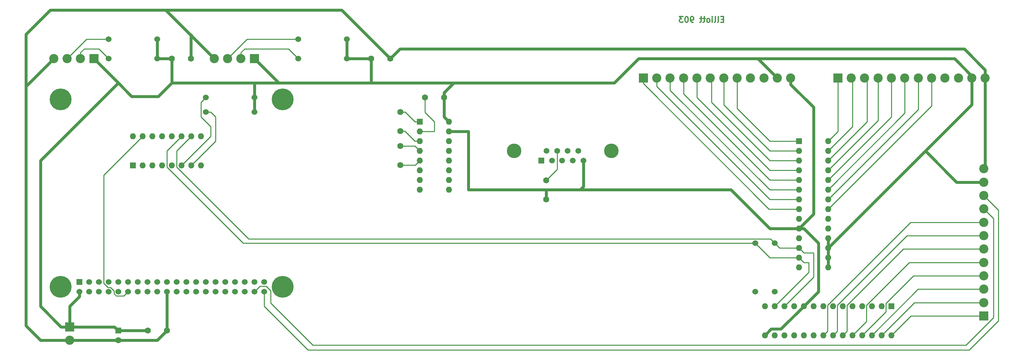
<source format=gbr>
G04 #@! TF.FileFunction,Copper,L2,Bot,Signal*
%FSLAX46Y46*%
G04 Gerber Fmt 4.6, Leading zero omitted, Abs format (unit mm)*
G04 Created by KiCad (PCBNEW 4.0.5) date 06/14/17 15:34:31*
%MOMM*%
%LPD*%
G01*
G04 APERTURE LIST*
%ADD10C,0.100000*%
%ADD11C,0.300000*%
%ADD12C,2.400000*%
%ADD13R,2.400000X2.400000*%
%ADD14R,1.524000X1.524000*%
%ADD15C,1.524000*%
%ADD16C,5.700000*%
%ADD17R,1.600000X1.600000*%
%ADD18O,1.600000X1.600000*%
%ADD19C,3.810000*%
%ADD20R,1.520000X1.520000*%
%ADD21C,1.520000*%
%ADD22C,1.600000*%
%ADD23C,0.250000*%
%ADD24C,0.750000*%
G04 APERTURE END LIST*
D10*
D11*
X226694285Y-29102857D02*
X226194285Y-29102857D01*
X225979999Y-29888571D02*
X226694285Y-29888571D01*
X226694285Y-28388571D01*
X225979999Y-28388571D01*
X225122856Y-29888571D02*
X225265714Y-29817143D01*
X225337142Y-29674286D01*
X225337142Y-28388571D01*
X224337142Y-29888571D02*
X224480000Y-29817143D01*
X224551428Y-29674286D01*
X224551428Y-28388571D01*
X223765714Y-29888571D02*
X223765714Y-28888571D01*
X223765714Y-28388571D02*
X223837143Y-28460000D01*
X223765714Y-28531429D01*
X223694286Y-28460000D01*
X223765714Y-28388571D01*
X223765714Y-28531429D01*
X222837142Y-29888571D02*
X222980000Y-29817143D01*
X223051428Y-29745714D01*
X223122857Y-29602857D01*
X223122857Y-29174286D01*
X223051428Y-29031429D01*
X222980000Y-28960000D01*
X222837142Y-28888571D01*
X222622857Y-28888571D01*
X222480000Y-28960000D01*
X222408571Y-29031429D01*
X222337142Y-29174286D01*
X222337142Y-29602857D01*
X222408571Y-29745714D01*
X222480000Y-29817143D01*
X222622857Y-29888571D01*
X222837142Y-29888571D01*
X221908571Y-28888571D02*
X221337142Y-28888571D01*
X221694285Y-28388571D02*
X221694285Y-29674286D01*
X221622857Y-29817143D01*
X221479999Y-29888571D01*
X221337142Y-29888571D01*
X221051428Y-28888571D02*
X220479999Y-28888571D01*
X220837142Y-28388571D02*
X220837142Y-29674286D01*
X220765714Y-29817143D01*
X220622856Y-29888571D01*
X220479999Y-29888571D01*
X218765714Y-29888571D02*
X218479999Y-29888571D01*
X218337142Y-29817143D01*
X218265714Y-29745714D01*
X218122856Y-29531429D01*
X218051428Y-29245714D01*
X218051428Y-28674286D01*
X218122856Y-28531429D01*
X218194285Y-28460000D01*
X218337142Y-28388571D01*
X218622856Y-28388571D01*
X218765714Y-28460000D01*
X218837142Y-28531429D01*
X218908571Y-28674286D01*
X218908571Y-29031429D01*
X218837142Y-29174286D01*
X218765714Y-29245714D01*
X218622856Y-29317143D01*
X218337142Y-29317143D01*
X218194285Y-29245714D01*
X218122856Y-29174286D01*
X218051428Y-29031429D01*
X217122857Y-28388571D02*
X216980000Y-28388571D01*
X216837143Y-28460000D01*
X216765714Y-28531429D01*
X216694285Y-28674286D01*
X216622857Y-28960000D01*
X216622857Y-29317143D01*
X216694285Y-29602857D01*
X216765714Y-29745714D01*
X216837143Y-29817143D01*
X216980000Y-29888571D01*
X217122857Y-29888571D01*
X217265714Y-29817143D01*
X217337143Y-29745714D01*
X217408571Y-29602857D01*
X217480000Y-29317143D01*
X217480000Y-28960000D01*
X217408571Y-28674286D01*
X217337143Y-28531429D01*
X217265714Y-28460000D01*
X217122857Y-28388571D01*
X216122857Y-28388571D02*
X215194286Y-28388571D01*
X215694286Y-28960000D01*
X215480000Y-28960000D01*
X215337143Y-29031429D01*
X215265714Y-29102857D01*
X215194286Y-29245714D01*
X215194286Y-29602857D01*
X215265714Y-29745714D01*
X215337143Y-29817143D01*
X215480000Y-29888571D01*
X215908572Y-29888571D01*
X216051429Y-29817143D01*
X216122857Y-29745714D01*
D12*
X263540000Y-44450000D03*
X260040000Y-44450000D03*
X267040000Y-44450000D03*
X270540000Y-44450000D03*
X274040000Y-44450000D03*
X277540000Y-44450000D03*
D13*
X256540000Y-44450000D03*
D12*
X281040000Y-44450000D03*
X284540000Y-44450000D03*
X288040000Y-44450000D03*
X291540000Y-44450000D03*
X295040000Y-44450000D03*
D14*
X58420000Y-97790000D03*
D15*
X58420000Y-100330000D03*
X71120000Y-97790000D03*
X60960000Y-100330000D03*
X73660000Y-97790000D03*
X63500000Y-100330000D03*
X76200000Y-97790000D03*
X66040000Y-100330000D03*
X78740000Y-97790000D03*
X68580000Y-100330000D03*
X81280000Y-97790000D03*
X71120000Y-100330000D03*
X83820000Y-97790000D03*
X73660000Y-100330000D03*
X86360000Y-97790000D03*
X76200000Y-100330000D03*
X88900000Y-97790000D03*
X78740000Y-100330000D03*
X91440000Y-97790000D03*
X81280000Y-100330000D03*
X93980000Y-97790000D03*
X83820000Y-100330000D03*
X96520000Y-97790000D03*
X86360000Y-100330000D03*
X88900000Y-100330000D03*
X99060000Y-97790000D03*
X91440000Y-100330000D03*
X96520000Y-100330000D03*
X99060000Y-100330000D03*
X101600000Y-100330000D03*
X104140000Y-100330000D03*
X101600000Y-97790000D03*
X104140000Y-97790000D03*
X60960000Y-97790000D03*
X63500000Y-97790000D03*
X66040000Y-97790000D03*
X68580000Y-97790000D03*
X106680000Y-97790000D03*
X106680000Y-100330000D03*
X93980000Y-100330000D03*
D16*
X53550000Y-99060000D03*
X111550000Y-99060000D03*
X111550000Y-50060000D03*
X53550000Y-50060000D03*
D17*
X72390000Y-67310000D03*
D18*
X90170000Y-59690000D03*
X74930000Y-67310000D03*
X87630000Y-59690000D03*
X77470000Y-67310000D03*
X85090000Y-59690000D03*
X80010000Y-67310000D03*
X82550000Y-59690000D03*
X82550000Y-67310000D03*
X80010000Y-59690000D03*
X85090000Y-67310000D03*
X77470000Y-59690000D03*
X87630000Y-67310000D03*
X74930000Y-59690000D03*
X90170000Y-67310000D03*
X72390000Y-59690000D03*
D19*
X197360000Y-63500000D03*
X171960000Y-63500000D03*
D20*
X179070000Y-66040000D03*
D21*
X181860000Y-66040000D03*
X184530000Y-66040000D03*
X187330000Y-66040000D03*
X190120000Y-66040000D03*
X180470000Y-63500000D03*
X183260000Y-63500000D03*
X185930000Y-63500000D03*
X188720000Y-63500000D03*
D12*
X55230000Y-39370000D03*
X51730000Y-39370000D03*
X58730000Y-39370000D03*
D13*
X62230000Y-39370000D03*
D12*
X97140000Y-39370000D03*
X93640000Y-39370000D03*
X100640000Y-39370000D03*
D13*
X104140000Y-39370000D03*
D12*
X212740000Y-44450000D03*
X209240000Y-44450000D03*
X216240000Y-44450000D03*
X219740000Y-44450000D03*
X223240000Y-44450000D03*
X226740000Y-44450000D03*
D13*
X205740000Y-44450000D03*
D12*
X230240000Y-44450000D03*
X233740000Y-44450000D03*
X237240000Y-44450000D03*
X240740000Y-44450000D03*
X244240000Y-44450000D03*
D15*
X234950000Y-100330000D03*
X234950000Y-87630000D03*
X104140000Y-53340000D03*
X91440000Y-53340000D03*
X104140000Y-49530000D03*
X91440000Y-49530000D03*
X240030000Y-100330000D03*
X240030000Y-87630000D03*
X128270000Y-34290000D03*
X115570000Y-34290000D03*
X128270000Y-39370000D03*
X115570000Y-39370000D03*
X66040000Y-34290000D03*
X78740000Y-34290000D03*
X66040000Y-39370000D03*
X78740000Y-39370000D03*
D17*
X246380000Y-60960000D03*
D18*
X254000000Y-93980000D03*
X246380000Y-63500000D03*
X254000000Y-91440000D03*
X246380000Y-66040000D03*
X254000000Y-88900000D03*
X246380000Y-68580000D03*
X254000000Y-86360000D03*
X246380000Y-71120000D03*
X254000000Y-83820000D03*
X246380000Y-73660000D03*
X254000000Y-81280000D03*
X246380000Y-76200000D03*
X254000000Y-78740000D03*
X246380000Y-78740000D03*
X254000000Y-76200000D03*
X246380000Y-81280000D03*
X254000000Y-73660000D03*
X246380000Y-83820000D03*
X254000000Y-71120000D03*
X246380000Y-86360000D03*
X254000000Y-68580000D03*
X246380000Y-88900000D03*
X254000000Y-66040000D03*
X246380000Y-91440000D03*
X254000000Y-63500000D03*
X246380000Y-93980000D03*
X254000000Y-60960000D03*
D17*
X68580000Y-110490000D03*
D22*
X68580000Y-112990000D03*
D17*
X147320000Y-55880000D03*
D18*
X154940000Y-73660000D03*
X147320000Y-58420000D03*
X154940000Y-71120000D03*
X147320000Y-60960000D03*
X154940000Y-68580000D03*
X147320000Y-63500000D03*
X154940000Y-66040000D03*
X147320000Y-66040000D03*
X154940000Y-63500000D03*
X147320000Y-68580000D03*
X154940000Y-60960000D03*
X147320000Y-71120000D03*
X154940000Y-58420000D03*
X147320000Y-73660000D03*
X154940000Y-55880000D03*
D22*
X142240000Y-53340000D03*
X142240000Y-58340000D03*
X142240000Y-62230000D03*
X142240000Y-67230000D03*
X153670000Y-49530000D03*
X148670000Y-49530000D03*
X180340000Y-76200000D03*
X180340000Y-71200000D03*
X76280000Y-110490000D03*
X81280000Y-110490000D03*
X82550000Y-39370000D03*
X87550000Y-39370000D03*
X134620000Y-39370000D03*
X139620000Y-39370000D03*
D12*
X55880000Y-113030000D03*
D13*
X55880000Y-109530000D03*
D12*
X294640000Y-99680000D03*
X294640000Y-103180000D03*
X294640000Y-96180000D03*
X294640000Y-92680000D03*
X294640000Y-89180000D03*
X294640000Y-85680000D03*
D13*
X294640000Y-106680000D03*
D12*
X294640000Y-82180000D03*
X294640000Y-78680000D03*
X294640000Y-75180000D03*
X294640000Y-71680000D03*
X294640000Y-68180000D03*
D17*
X270510000Y-104140000D03*
D18*
X237490000Y-111760000D03*
X267970000Y-104140000D03*
X240030000Y-111760000D03*
X265430000Y-104140000D03*
X242570000Y-111760000D03*
X262890000Y-104140000D03*
X245110000Y-111760000D03*
X260350000Y-104140000D03*
X247650000Y-111760000D03*
X257810000Y-104140000D03*
X250190000Y-111760000D03*
X255270000Y-104140000D03*
X252730000Y-111760000D03*
X252730000Y-104140000D03*
X255270000Y-111760000D03*
X250190000Y-104140000D03*
X257810000Y-111760000D03*
X247650000Y-104140000D03*
X260350000Y-111760000D03*
X245110000Y-104140000D03*
X262890000Y-111760000D03*
X242570000Y-104140000D03*
X265430000Y-111760000D03*
X240030000Y-104140000D03*
X267970000Y-111760000D03*
X237490000Y-104140000D03*
X270510000Y-111760000D03*
D23*
X142240000Y-53340000D02*
X143510000Y-53340000D01*
X146050000Y-55880000D02*
X147320000Y-55880000D01*
X143510000Y-53340000D02*
X146050000Y-55880000D01*
X142240000Y-58340000D02*
X143430000Y-58340000D01*
X146050000Y-60960000D02*
X147320000Y-60960000D01*
X143430000Y-58340000D02*
X146050000Y-60960000D01*
X142240000Y-62230000D02*
X146050000Y-62230000D01*
X146050000Y-62230000D02*
X147320000Y-63500000D01*
X142240000Y-67230000D02*
X146130000Y-67230000D01*
X146130000Y-67230000D02*
X147320000Y-66040000D01*
D24*
X291540000Y-51360000D02*
X279400000Y-63500000D01*
X279400000Y-63500000D02*
X254000000Y-88900000D01*
X294640000Y-71680000D02*
X287580000Y-71680000D01*
X287580000Y-71680000D02*
X279400000Y-63500000D01*
X79009990Y-49260010D02*
X72120010Y-49260010D01*
X82550000Y-45720000D02*
X79009990Y-49260010D01*
X72120010Y-49260010D02*
X68580000Y-45720000D01*
X55880000Y-109530000D02*
X53650000Y-109530000D01*
X48260000Y-66040000D02*
X68580000Y-45720000D01*
X48260000Y-104140000D02*
X48260000Y-66040000D01*
X53650000Y-109530000D02*
X48260000Y-104140000D01*
X104140000Y-53340000D02*
X104140000Y-49530000D01*
X104140000Y-45720000D02*
X104140000Y-49530000D01*
X68580000Y-45720000D02*
X62230000Y-39370000D01*
X78740000Y-39370000D02*
X78740000Y-34290000D01*
X82550000Y-39370000D02*
X78740000Y-39370000D01*
X110490000Y-45720000D02*
X104140000Y-45720000D01*
X104140000Y-45720000D02*
X82550000Y-45720000D01*
X82550000Y-45720000D02*
X82550000Y-39370000D01*
X134620000Y-45720000D02*
X110490000Y-45720000D01*
X110490000Y-45720000D02*
X104140000Y-39370000D01*
X128270000Y-39370000D02*
X128270000Y-34290000D01*
X134620000Y-39370000D02*
X128270000Y-39370000D01*
X134620000Y-39370000D02*
X134620000Y-45720000D01*
X291540000Y-44450000D02*
X291540000Y-51360000D01*
X287020000Y-39370000D02*
X291820000Y-44170000D01*
X153670000Y-49530000D02*
X153670000Y-54610000D01*
X153670000Y-54610000D02*
X154940000Y-55880000D01*
X134620000Y-45720000D02*
X156210000Y-45720000D01*
X58420000Y-101600000D02*
X58420000Y-100330000D01*
X68580000Y-110490000D02*
X76280000Y-110490000D01*
X55880000Y-109530000D02*
X67620000Y-109530000D01*
X67620000Y-109530000D02*
X68580000Y-110490000D01*
X55880000Y-104140000D02*
X55880000Y-109530000D01*
X58420000Y-101600000D02*
X55880000Y-104140000D01*
X254000000Y-86360000D02*
X254000000Y-88900000D01*
X254000000Y-91440000D02*
X254000000Y-88900000D01*
X254000000Y-93980000D02*
X254000000Y-91440000D01*
X153670000Y-48260000D02*
X153670000Y-49530000D01*
X234950000Y-39370000D02*
X287020000Y-39370000D01*
D23*
X287020000Y-39370000D02*
X291540000Y-43890000D01*
X291540000Y-43890000D02*
X291540000Y-44450000D01*
D24*
X156210000Y-45720000D02*
X198120000Y-45720000D01*
X235660000Y-39370000D02*
X240740000Y-44450000D01*
X204470000Y-39370000D02*
X234950000Y-39370000D01*
D23*
X234950000Y-39370000D02*
X235660000Y-39370000D01*
D24*
X198120000Y-45720000D02*
X204470000Y-39370000D01*
X153670000Y-48260000D02*
X156210000Y-45720000D01*
D23*
X148670000Y-49530000D02*
X148670000Y-53420000D01*
X148670000Y-53420000D02*
X151130000Y-55880000D01*
X151130000Y-55880000D02*
X151130000Y-58420000D01*
X151130000Y-58420000D02*
X147320000Y-58420000D01*
D24*
X139620000Y-39370000D02*
X142160000Y-36830000D01*
X142160000Y-36830000D02*
X289560000Y-36830000D01*
X289560000Y-36830000D02*
X295040000Y-42310000D01*
X295040000Y-42310000D02*
X295040000Y-44450000D01*
X244240000Y-44450000D02*
X244240000Y-46147056D01*
X244240000Y-46147056D02*
X250190000Y-52097056D01*
X250190000Y-52097056D02*
X250190000Y-80010000D01*
X250190000Y-80010000D02*
X246380000Y-83820000D01*
X247650000Y-104140000D02*
X251460000Y-100330000D01*
X247650000Y-83820000D02*
X246380000Y-83820000D01*
X251460000Y-100330000D02*
X251460000Y-87630000D01*
X251460000Y-87630000D02*
X247650000Y-83820000D01*
X237490000Y-111760000D02*
X239165001Y-110084999D01*
X239165001Y-110084999D02*
X241705001Y-110084999D01*
X241705001Y-110084999D02*
X247650000Y-104140000D01*
X295040000Y-44450000D02*
X295040000Y-67780000D01*
X295040000Y-67780000D02*
X294640000Y-68180000D01*
X55880000Y-113030000D02*
X68540000Y-113030000D01*
X68540000Y-113030000D02*
X68580000Y-112990000D01*
X87550000Y-39370000D02*
X87550000Y-33280000D01*
X87630000Y-33200000D02*
X87630000Y-33360000D01*
X87550000Y-33280000D02*
X87630000Y-33200000D01*
X80940000Y-26670000D02*
X126920000Y-26670000D01*
X126920000Y-26670000D02*
X139620000Y-39370000D01*
X44450000Y-46990000D02*
X44450000Y-33020000D01*
X80940000Y-26670000D02*
X87630000Y-33360000D01*
X87630000Y-33360000D02*
X93640000Y-39370000D01*
X50800000Y-26670000D02*
X80940000Y-26670000D01*
X44450000Y-33020000D02*
X50800000Y-26670000D01*
X44450000Y-109220000D02*
X44450000Y-46990000D01*
X44450000Y-46990000D02*
X44450000Y-46650000D01*
X48260000Y-113030000D02*
X44450000Y-109220000D01*
X55880000Y-113030000D02*
X48260000Y-113030000D01*
X44450000Y-46650000D02*
X51730000Y-39370000D01*
X160020000Y-73660000D02*
X180340000Y-73660000D01*
X180340000Y-73660000D02*
X189230000Y-73660000D01*
X180340000Y-76200000D02*
X180340000Y-73660000D01*
X228600000Y-73660000D02*
X238760000Y-83820000D01*
X238760000Y-83820000D02*
X246380000Y-83820000D01*
X189230000Y-73660000D02*
X228600000Y-73660000D01*
X189230000Y-73660000D02*
X190120000Y-72770000D01*
X190120000Y-72770000D02*
X190120000Y-66040000D01*
X160020000Y-73660000D02*
X160020000Y-58420000D01*
X160020000Y-58420000D02*
X154940000Y-58420000D01*
X68580000Y-112990000D02*
X78780000Y-112990000D01*
X78780000Y-112990000D02*
X81280000Y-110490000D01*
X81280000Y-110490000D02*
X81280000Y-100330000D01*
D23*
X180340000Y-71200000D02*
X183260000Y-68280000D01*
X183260000Y-68280000D02*
X183260000Y-63500000D01*
X66040000Y-34290000D02*
X60310000Y-34290000D01*
X60310000Y-34290000D02*
X55230000Y-39370000D01*
X66040000Y-39370000D02*
X63500000Y-36830000D01*
X58730000Y-37790000D02*
X58730000Y-39370000D01*
X59690000Y-36830000D02*
X58730000Y-37790000D01*
X63500000Y-36830000D02*
X59690000Y-36830000D01*
X115570000Y-34290000D02*
X102220000Y-34290000D01*
X102220000Y-34290000D02*
X97140000Y-39370000D01*
X115570000Y-39370000D02*
X113030000Y-36830000D01*
X100640000Y-37790000D02*
X100640000Y-39370000D01*
X101600000Y-36830000D02*
X100640000Y-37790000D01*
X113030000Y-36830000D02*
X101600000Y-36830000D01*
X254000000Y-66040000D02*
X264160000Y-55880000D01*
X264160000Y-55880000D02*
X264160000Y-45070000D01*
X264160000Y-45070000D02*
X263540000Y-44450000D01*
X254000000Y-63500000D02*
X260350000Y-57150000D01*
X260350000Y-57150000D02*
X260350000Y-44760000D01*
X260350000Y-44760000D02*
X260040000Y-44450000D01*
X254000000Y-68580000D02*
X267040000Y-55540000D01*
X267040000Y-55540000D02*
X267040000Y-44450000D01*
X254000000Y-71120000D02*
X270540000Y-54580000D01*
X270540000Y-54580000D02*
X270540000Y-44450000D01*
X274040000Y-53620000D02*
X274040000Y-44450000D01*
X254000000Y-73660000D02*
X274040000Y-53620000D01*
X254000000Y-76200000D02*
X277540000Y-52660000D01*
X277540000Y-52660000D02*
X277540000Y-44450000D01*
X254000000Y-60960000D02*
X256540000Y-58420000D01*
X256540000Y-58420000D02*
X256540000Y-44450000D01*
X254000000Y-78740000D02*
X281040000Y-51700000D01*
X281040000Y-51700000D02*
X281040000Y-44450000D01*
X246380000Y-73660000D02*
X238760000Y-73660000D01*
X238760000Y-73660000D02*
X212740000Y-47640000D01*
X212740000Y-47640000D02*
X212740000Y-44450000D01*
X246380000Y-76200000D02*
X238760000Y-76200000D01*
X238760000Y-76200000D02*
X209240000Y-46680000D01*
X209240000Y-46680000D02*
X209240000Y-44450000D01*
X246380000Y-71120000D02*
X238760000Y-71120000D01*
X238760000Y-71120000D02*
X216240000Y-48600000D01*
X216240000Y-48600000D02*
X216240000Y-44450000D01*
X246380000Y-68580000D02*
X238760000Y-68580000D01*
X219740000Y-49560000D02*
X219740000Y-44450000D01*
X238760000Y-68580000D02*
X219740000Y-49560000D01*
X246380000Y-66040000D02*
X238760000Y-66040000D01*
X238760000Y-66040000D02*
X223520000Y-50800000D01*
X223520000Y-50800000D02*
X223520000Y-44450000D01*
X223520000Y-44450000D02*
X223240000Y-44450000D01*
X246380000Y-63500000D02*
X238760000Y-63500000D01*
X238760000Y-63500000D02*
X226740000Y-51480000D01*
X226740000Y-51480000D02*
X226740000Y-44450000D01*
X246380000Y-78740000D02*
X238580000Y-78740000D01*
X238580000Y-78740000D02*
X205740000Y-45900000D01*
X205740000Y-45900000D02*
X205740000Y-44450000D01*
X246380000Y-60960000D02*
X238760000Y-60960000D01*
X238760000Y-60960000D02*
X230240000Y-52440000D01*
X230240000Y-52440000D02*
X230240000Y-44450000D01*
X87630000Y-67310000D02*
X93980000Y-60960000D01*
X93980000Y-60960000D02*
X93980000Y-54610000D01*
X93980000Y-54610000D02*
X92710000Y-53340000D01*
X92710000Y-53340000D02*
X91440000Y-53340000D01*
X85090000Y-67310000D02*
X92710000Y-59690000D01*
X90170000Y-50800000D02*
X91440000Y-49530000D01*
X92710000Y-59690000D02*
X92710000Y-57150000D01*
X92710000Y-57150000D02*
X90170000Y-54610000D01*
X90170000Y-54610000D02*
X90170000Y-50800000D01*
X64770000Y-98128762D02*
X65884237Y-99242999D01*
X65884237Y-99242999D02*
X66561761Y-99242999D01*
X70032999Y-101417001D02*
X71120000Y-100330000D01*
X66561761Y-99242999D02*
X67492999Y-100174237D01*
X67492999Y-100174237D02*
X67492999Y-100851761D01*
X67492999Y-100851761D02*
X68058239Y-101417001D01*
X68058239Y-101417001D02*
X70032999Y-101417001D01*
X74930000Y-59690000D02*
X64770000Y-69850000D01*
X64770000Y-69850000D02*
X64770000Y-98128762D01*
X294640000Y-99680000D02*
X277510000Y-99680000D01*
X277510000Y-99680000D02*
X265430000Y-111760000D01*
X294640000Y-103180000D02*
X276550000Y-103180000D01*
X276550000Y-103180000D02*
X267970000Y-111760000D01*
X294640000Y-96180000D02*
X276284998Y-96180000D01*
X276284998Y-96180000D02*
X269095001Y-103369997D01*
X269095001Y-105554999D02*
X262890000Y-111760000D01*
X269095001Y-103369997D02*
X269095001Y-105554999D01*
X294640000Y-92680000D02*
X275224998Y-92680000D01*
X275224998Y-92680000D02*
X264015001Y-103889997D01*
X264015001Y-108094999D02*
X260350000Y-111760000D01*
X264015001Y-103889997D02*
X264015001Y-108094999D01*
X294640000Y-89180000D02*
X273644998Y-89180000D01*
X258935001Y-103889997D02*
X258935001Y-110634999D01*
X273644998Y-89180000D02*
X258935001Y-103889997D01*
X258935001Y-110634999D02*
X257810000Y-111760000D01*
X294640000Y-85680000D02*
X274604998Y-85680000D01*
X274604998Y-85680000D02*
X256395001Y-103889997D01*
X256395001Y-110634999D02*
X255270000Y-111760000D01*
X256395001Y-103889997D02*
X256395001Y-110634999D01*
X294640000Y-106680000D02*
X275590000Y-106680000D01*
X275590000Y-106680000D02*
X270510000Y-111760000D01*
X294640000Y-82180000D02*
X275564998Y-82180000D01*
X253855001Y-110634999D02*
X252730000Y-111760000D01*
X275564998Y-82180000D02*
X253855001Y-103889997D01*
X253855001Y-103889997D02*
X253855001Y-110634999D01*
X104140000Y-100330000D02*
X105592999Y-98877001D01*
X105592999Y-98877001D02*
X107201761Y-98877001D01*
X107201761Y-98877001D02*
X108374999Y-100050239D01*
X108374999Y-100050239D02*
X108374999Y-103294999D01*
X297180000Y-81220000D02*
X294640000Y-78680000D01*
X108374999Y-103294999D02*
X119380000Y-114300000D01*
X119380000Y-114300000D02*
X290005002Y-114300000D01*
X290005002Y-114300000D02*
X297180000Y-107125002D01*
X297180000Y-107125002D02*
X297180000Y-81220000D01*
X294640000Y-75180000D02*
X298450000Y-78990000D01*
X298450000Y-78990000D02*
X298450000Y-107950000D01*
X106680000Y-104140000D02*
X106680000Y-100330000D01*
X298450000Y-107950000D02*
X290830000Y-115570000D01*
X290830000Y-115570000D02*
X118110000Y-115570000D01*
X118110000Y-115570000D02*
X106680000Y-104140000D01*
X248920000Y-92710000D02*
X247650000Y-92710000D01*
X247650000Y-92710000D02*
X246380000Y-91440000D01*
X248920000Y-95250000D02*
X248920000Y-92710000D01*
X240030000Y-104140000D02*
X248920000Y-95250000D01*
X81280000Y-67705002D02*
X81280000Y-63500000D01*
X81280000Y-63500000D02*
X85090000Y-59690000D01*
X234950000Y-87630000D02*
X101204998Y-87630000D01*
X101204998Y-87630000D02*
X81280000Y-67705002D01*
X246380000Y-91440000D02*
X238760000Y-91440000D01*
X238760000Y-91440000D02*
X234950000Y-87630000D01*
X250190000Y-90170000D02*
X247650000Y-90170000D01*
X247650000Y-90170000D02*
X246380000Y-88900000D01*
X250190000Y-96520000D02*
X250190000Y-90170000D01*
X242570000Y-104140000D02*
X250190000Y-96520000D01*
X83820000Y-67705002D02*
X83820000Y-63500000D01*
X83820000Y-63500000D02*
X87630000Y-59690000D01*
X240030000Y-87630000D02*
X238942999Y-86542999D01*
X238942999Y-86542999D02*
X102657997Y-86542999D01*
X102657997Y-86542999D02*
X83820000Y-67705002D01*
X246380000Y-88900000D02*
X241300000Y-88900000D01*
X241300000Y-88900000D02*
X240030000Y-87630000D01*
M02*

</source>
